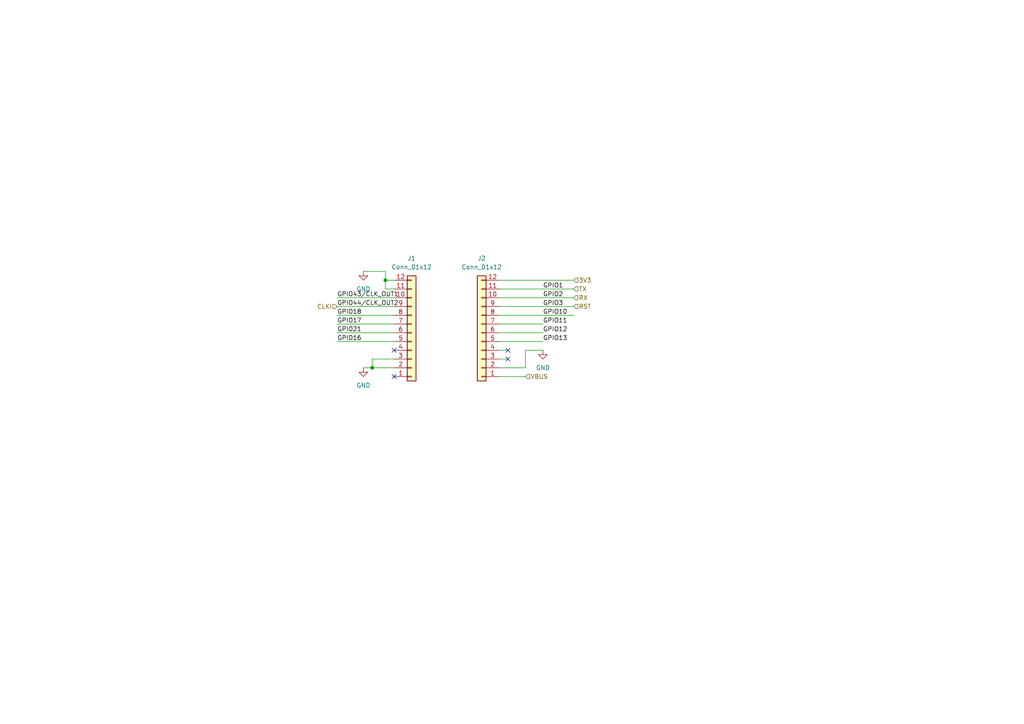
<source format=kicad_sch>
(kicad_sch (version 20231120) (generator "eeschema") (generator_version "8.0")
  (paper "A4")
  (lib_symbols
    (symbol "Connector_Generic:Conn_01x12" (pin_names (offset 1.016) hide)
      (property "Reference" "J" (at 0 15.24 0))
      (property "Value" "Conn_01x12" (at 0 -17.78 0))
      (symbol "Conn_01x12_1_1"
        (rectangle (start -1.27 -15.113) (end 0 -15.367) (stroke (width 0.1524)))
        (rectangle (start -1.27 -12.573) (end 0 -12.827) (stroke (width 0.1524)))
        (rectangle (start -1.27 -10.033) (end 0 -10.287) (stroke (width 0.1524)))
        (rectangle (start -1.27 -7.493) (end 0 -7.747) (stroke (width 0.1524)))
        (rectangle (start -1.27 -4.953) (end 0 -5.207) (stroke (width 0.1524)))
        (rectangle (start -1.27 -2.413) (end 0 -2.667) (stroke (width 0.1524)))
        (rectangle (start -1.27 0.127) (end 0 -0.127) (stroke (width 0.1524)))
        (rectangle (start -1.27 2.667) (end 0 2.413) (stroke (width 0.1524)))
        (rectangle (start -1.27 5.207) (end 0 4.953) (stroke (width 0.1524)))
        (rectangle (start -1.27 7.747) (end 0 7.493) (stroke (width 0.1524)))
        (rectangle (start -1.27 10.287) (end 0 10.033) (stroke (width 0.1524)))
        (rectangle (start -1.27 12.827) (end 0 12.573) (stroke (width 0.1524)))
        (rectangle (start -1.27 13.97) (end 1.27 -16.51) (stroke (width 0.254)) (fill (type background)))
        (pin passive line (at -5.08 12.7 0) (length 3.81) (name "Pin_1") (number "1"))
        (pin passive line (at -5.08 -10.16 0) (length 3.81) (name "Pin_10") (number "10"))
        (pin passive line (at -5.08 -12.7 0) (length 3.81) (name "Pin_11") (number "11"))
        (pin passive line (at -5.08 -15.24 0) (length 3.81) (name "Pin_12") (number "12"))
        (pin passive line (at -5.08 10.16 0) (length 3.81) (name "Pin_2") (number "2"))
        (pin passive line (at -5.08 7.62 0) (length 3.81) (name "Pin_3") (number "3"))
        (pin passive line (at -5.08 5.08 0) (length 3.81) (name "Pin_4") (number "4"))
        (pin passive line (at -5.08 2.54 0) (length 3.81) (name "Pin_5") (number "5"))
        (pin passive line (at -5.08 0 0) (length 3.81) (name "Pin_6") (number "6"))
        (pin passive line (at -5.08 -2.54 0) (length 3.81) (name "Pin_7") (number "7"))
        (pin passive line (at -5.08 -5.08 0) (length 3.81) (name "Pin_8") (number "8"))
        (pin passive line (at -5.08 -7.62 0) (length 3.81) (name "Pin_9") (number "9"))
      )
    )
    (symbol "power:GND" (power) (pin_numbers hide) (pin_names (offset 0) hide)
      (property "Value" "GND" (at 0 -3.81 0))
      (symbol "GND_0_1"
        (polyline (pts (xy 0 0) (xy 0 -1.27) (xy 1.27 -1.27) (xy 0 -2.54) (xy -1.27 -1.27) (xy 0 -1.27)))
      )
      (symbol "GND_1_1"
        (pin power_in line (at 0 0 270) (length 0) (name "~") (number "1"))
      )
    )
  )
  (junction (at 107.95 106.68))
  (junction (at 111.76 81.28))
  (no_connect (at 114.3 101.6))
  (no_connect (at 147.32 101.6))
  (no_connect (at 147.32 104.14))
  (no_connect (at 114.3 109.22))
  (wire (pts (xy 111.76 78.74) (xy 111.76 81.28)))
  (wire (pts (xy 144.78 96.52) (xy 157.48 96.52)))
  (wire (pts (xy 114.3 83.82) (xy 111.76 83.82)))
  (wire (pts (xy 97.79 88.9) (xy 114.3 88.9)))
  (wire (pts (xy 111.76 78.74) (xy 105.41 78.74)))
  (wire (pts (xy 114.3 104.14) (xy 107.95 104.14)))
  (wire (pts (xy 107.95 106.68) (xy 114.3 106.68)))
  (wire (pts (xy 166.37 81.28) (xy 144.78 81.28)))
  (wire (pts (xy 144.78 109.22) (xy 152.4 109.22)))
  (wire (pts (xy 97.79 96.52) (xy 114.3 96.52)))
  (wire (pts (xy 97.79 91.44) (xy 114.3 91.44)))
  (wire (pts (xy 114.3 81.28) (xy 111.76 81.28)))
  (wire (pts (xy 97.79 99.06) (xy 114.3 99.06)))
  (wire (pts (xy 144.78 101.6) (xy 147.32 101.6)))
  (wire (pts (xy 144.78 91.44) (xy 166.37 91.44)))
  (wire (pts (xy 152.4 106.68) (xy 144.78 106.68)))
  (wire (pts (xy 152.4 101.6) (xy 152.4 106.68)))
  (wire (pts (xy 152.4 101.6) (xy 157.48 101.6)))
  (wire (pts (xy 97.79 86.36) (xy 114.3 86.36)))
  (wire (pts (xy 144.78 99.06) (xy 157.48 99.06)))
  (wire (pts (xy 111.76 83.82) (xy 111.76 81.28)))
  (wire (pts (xy 144.78 93.98) (xy 157.48 93.98)))
  (wire (pts (xy 144.78 83.82) (xy 166.37 83.82)))
  (wire (pts (xy 105.41 106.68) (xy 107.95 106.68)))
  (wire (pts (xy 144.78 86.36) (xy 166.37 86.36)))
  (wire (pts (xy 97.79 93.98) (xy 114.3 93.98)))
  (wire (pts (xy 144.78 88.9) (xy 166.37 88.9)))
  (wire (pts (xy 107.95 104.14) (xy 107.95 106.68)))
  (wire (pts (xy 144.78 104.14) (xy 147.32 104.14)))
  (label "GPIO18" (at 97.79 91.44 0))
  (label "GPIO21" (at 97.79 96.52 0))
  (label "GPIO43{slash}CLK_OUT1" (at 97.79 86.36 0))
  (label "GPIO16" (at 97.79 99.06 0))
  (label "GPIO3" (at 157.48 88.9 0))
  (label "GPIO2" (at 157.48 86.36 0))
  (label "GPIO10" (at 157.48 91.44 0))
  (label "GPIO1" (at 157.48 83.82 0))
  (label "GPIO13" (at 157.48 99.06 0))
  (label "GPIO17" (at 97.79 93.98 0))
  (label "GPIO11" (at 157.48 93.98 0))
  (label "GPIO12" (at 157.48 96.52 0))
  (label "GPIO44{slash}CLK_OUT2" (at 97.79 88.9 0))
  (hierarchical_label "RST" (shape input) (at 166.37 88.9 0))
  (hierarchical_label "VBUS" (shape input) (at 152.4 109.22 0))
  (hierarchical_label "RX" (shape input) (at 166.37 86.36 0))
  (hierarchical_label "3V3" (shape input) (at 166.37 81.28 0))
  (hierarchical_label "TX" (shape input) (at 166.37 83.82 0))
  (hierarchical_label "CLKI" (shape input) (at 97.79 88.9 180))
  (symbol (lib_id "Connector_Generic:Conn_01x12") (at 139.7 96.52 180) (unit 1)
    (property "Reference" "J2" (at 139.7 74.93 0))
    (property "Value" "Conn_01x12" (at 139.7 77.47 0))
    (property "Footprint" "Connector_PinHeader_2.54mm:PinHeader_1x12_P2.54mm_Vertical" (effects (hide yes)))
    (property "Description" "Generic connector, single row, 01x12, script generated (kicad-library-utils/schlib/autogen/connector/)" (effects (hide yes)))
  )
  (symbol (lib_id "power:GND") (at 105.41 78.74 0) (unit 1)
    (property "Reference" "#PWR09" (effects (hide yes)))
    (property "Value" "GND" (at 105.41 83.82 0))
    (property "Description" "Power symbol creates a global label with name \"GND\" , ground" (effects (hide yes)))
  )
  (symbol (lib_id "Connector_Generic:Conn_01x12") (at 119.38 96.52 0) (mirror x) (unit 1)
    (property "Reference" "J1" (at 119.38 74.93 0))
    (property "Value" "Conn_01x12" (at 119.38 77.47 0))
    (property "Footprint" "Connector_PinHeader_2.54mm:PinHeader_1x12_P2.54mm_Vertical" (effects (hide yes)))
    (property "Description" "Generic connector, single row, 01x12, script generated (kicad-library-utils/schlib/autogen/connector/)" (effects (hide yes)))
  )
  (symbol (lib_id "power:GND") (at 157.48 101.6 0) (unit 1)
    (property "Reference" "#PWR011" (effects (hide yes)))
    (property "Value" "GND" (at 157.48 106.68 0))
    (property "Description" "Power symbol creates a global label with name \"GND\" , ground" (effects (hide yes)))
  )
  (symbol (lib_id "power:GND") (at 105.41 106.68 0) (unit 1)
    (property "Reference" "#PWR010" (effects (hide yes)))
    (property "Value" "GND" (at 105.41 111.76 0))
    (property "Description" "Power symbol creates a global label with name \"GND\" , ground" (effects (hide yes)))
  )
)
</source>
